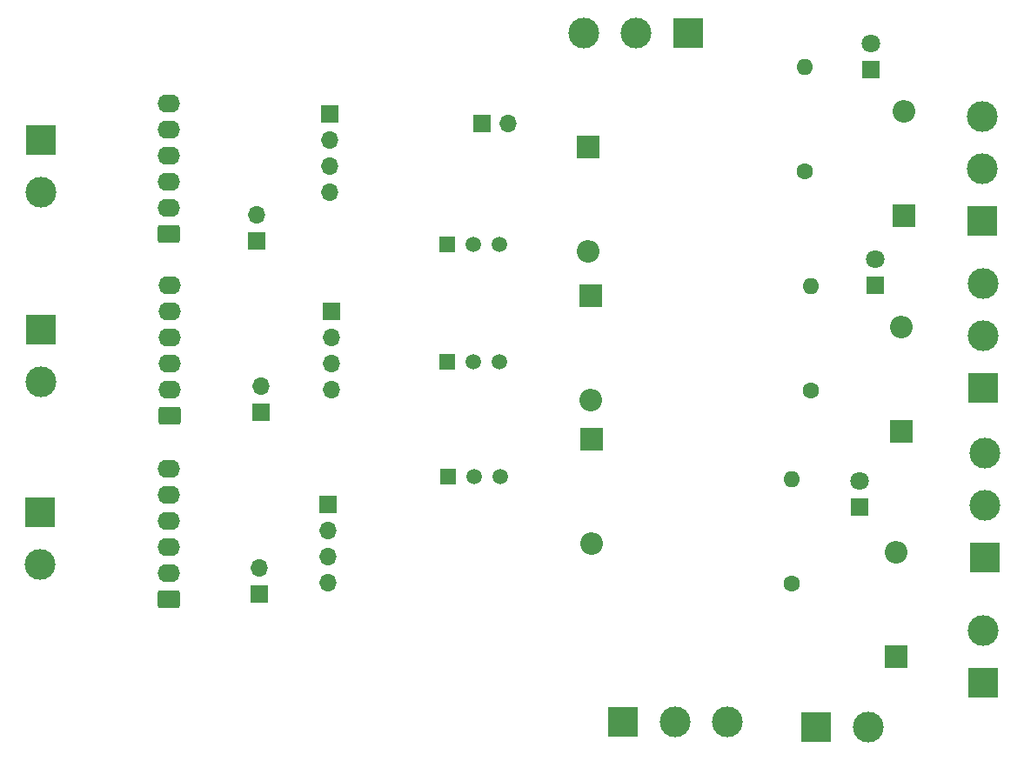
<source format=gbr>
%TF.GenerationSoftware,KiCad,Pcbnew,7.0.9-7.0.9~ubuntu20.04.1*%
%TF.CreationDate,2025-02-15T01:00:42+01:00*%
%TF.ProjectId,main_board_proto,6d61696e-5f62-46f6-9172-645f70726f74,rev?*%
%TF.SameCoordinates,Original*%
%TF.FileFunction,Soldermask,Bot*%
%TF.FilePolarity,Negative*%
%FSLAX46Y46*%
G04 Gerber Fmt 4.6, Leading zero omitted, Abs format (unit mm)*
G04 Created by KiCad (PCBNEW 7.0.9-7.0.9~ubuntu20.04.1) date 2025-02-15 01:00:42*
%MOMM*%
%LPD*%
G01*
G04 APERTURE LIST*
G04 Aperture macros list*
%AMRoundRect*
0 Rectangle with rounded corners*
0 $1 Rounding radius*
0 $2 $3 $4 $5 $6 $7 $8 $9 X,Y pos of 4 corners*
0 Add a 4 corners polygon primitive as box body*
4,1,4,$2,$3,$4,$5,$6,$7,$8,$9,$2,$3,0*
0 Add four circle primitives for the rounded corners*
1,1,$1+$1,$2,$3*
1,1,$1+$1,$4,$5*
1,1,$1+$1,$6,$7*
1,1,$1+$1,$8,$9*
0 Add four rect primitives between the rounded corners*
20,1,$1+$1,$2,$3,$4,$5,0*
20,1,$1+$1,$4,$5,$6,$7,0*
20,1,$1+$1,$6,$7,$8,$9,0*
20,1,$1+$1,$8,$9,$2,$3,0*%
G04 Aperture macros list end*
%ADD10R,1.700000X1.700000*%
%ADD11O,1.700000X1.700000*%
%ADD12R,3.000000X3.000000*%
%ADD13C,3.000000*%
%ADD14R,2.200000X2.200000*%
%ADD15O,2.200000X2.200000*%
%ADD16C,1.600000*%
%ADD17O,1.600000X1.600000*%
%ADD18R,1.800000X1.800000*%
%ADD19C,1.800000*%
%ADD20RoundRect,0.250000X0.845000X-0.620000X0.845000X0.620000X-0.845000X0.620000X-0.845000X-0.620000X0*%
%ADD21O,2.190000X1.740000*%
%ADD22R,1.500000X1.500000*%
%ADD23C,1.500000*%
G04 APERTURE END LIST*
D10*
%TO.C,J12*%
X77241000Y-87894000D03*
D11*
X77241000Y-85354000D03*
%TD*%
D12*
%TO.C,J10*%
X147574000Y-85598000D03*
D13*
X147574000Y-80518000D03*
X147574000Y-75438000D03*
%TD*%
D12*
%TO.C,J8*%
X55880000Y-79883000D03*
D13*
X55880000Y-84963000D03*
%TD*%
D14*
%TO.C,D1*%
X139065000Y-111760000D03*
D15*
X139065000Y-101600000D03*
%TD*%
D12*
%TO.C,J19*%
X118872000Y-51054000D03*
D13*
X113792000Y-51054000D03*
X108712000Y-51054000D03*
%TD*%
D16*
%TO.C,R1*%
X128905000Y-104648000D03*
D17*
X128905000Y-94488000D03*
%TD*%
D10*
%TO.C,J6*%
X83947000Y-58928000D03*
D11*
X83947000Y-61468000D03*
X83947000Y-64008000D03*
X83947000Y-66548000D03*
%TD*%
D18*
%TO.C,D6*%
X136652000Y-54610000D03*
D19*
X136652000Y-52070000D03*
%TD*%
D12*
%TO.C,J5*%
X112522000Y-118110000D03*
D13*
X117602000Y-118110000D03*
X122682000Y-118110000D03*
%TD*%
D12*
%TO.C,J11*%
X147447000Y-69342000D03*
D13*
X147447000Y-64262000D03*
X147447000Y-59182000D03*
%TD*%
D20*
%TO.C,J15*%
X68326000Y-106172000D03*
D21*
X68326000Y-103632000D03*
X68326000Y-101092000D03*
X68326000Y-98552000D03*
X68326000Y-96012000D03*
X68326000Y-93472000D03*
%TD*%
D14*
%TO.C,D3*%
X139827000Y-68834000D03*
D15*
X139827000Y-58674000D03*
%TD*%
D20*
%TO.C,J3*%
X68326000Y-70612000D03*
D21*
X68326000Y-68072000D03*
X68326000Y-65532000D03*
X68326000Y-62992000D03*
X68326000Y-60452000D03*
X68326000Y-57912000D03*
%TD*%
D18*
%TO.C,D5*%
X137033000Y-75565000D03*
D19*
X137033000Y-73025000D03*
%TD*%
D22*
%TO.C,U3*%
X95504000Y-94234000D03*
D23*
X98044000Y-94234000D03*
X100584000Y-94234000D03*
%TD*%
D12*
%TO.C,J9*%
X55753000Y-97663000D03*
D13*
X55753000Y-102743000D03*
%TD*%
D10*
%TO.C,J16*%
X84099000Y-78115000D03*
D11*
X84099000Y-80655000D03*
X84099000Y-83195000D03*
X84099000Y-85735000D03*
%TD*%
D20*
%TO.C,J14*%
X68351000Y-88275000D03*
D21*
X68351000Y-85735000D03*
X68351000Y-83195000D03*
X68351000Y-80655000D03*
X68351000Y-78115000D03*
X68351000Y-75575000D03*
%TD*%
D14*
%TO.C,D8*%
X109347000Y-76581000D03*
D15*
X109347000Y-86741000D03*
%TD*%
D14*
%TO.C,D9*%
X109474000Y-90551000D03*
D15*
X109474000Y-100711000D03*
%TD*%
D12*
%TO.C,J18*%
X147574000Y-114300000D03*
D13*
X147574000Y-109220000D03*
%TD*%
D12*
%TO.C,J2*%
X147701000Y-102108000D03*
D13*
X147701000Y-97028000D03*
X147701000Y-91948000D03*
%TD*%
D16*
%TO.C,R2*%
X130810000Y-85852000D03*
D17*
X130810000Y-75692000D03*
%TD*%
D12*
%TO.C,J1*%
X55880000Y-61468000D03*
D13*
X55880000Y-66548000D03*
%TD*%
D10*
%TO.C,J13*%
X77089000Y-105664000D03*
D11*
X77089000Y-103124000D03*
%TD*%
D16*
%TO.C,R3*%
X130175000Y-64516000D03*
D17*
X130175000Y-54356000D03*
%TD*%
D22*
%TO.C,U2*%
X95377000Y-83058000D03*
D23*
X97917000Y-83058000D03*
X100457000Y-83058000D03*
%TD*%
D12*
%TO.C,J20*%
X131318000Y-118618000D03*
D13*
X136398000Y-118618000D03*
%TD*%
D10*
%TO.C,J4*%
X98806000Y-59817000D03*
D11*
X101346000Y-59817000D03*
%TD*%
D14*
%TO.C,D2*%
X139573000Y-89789000D03*
D15*
X139573000Y-79629000D03*
%TD*%
D22*
%TO.C,U1*%
X95377000Y-71628000D03*
D23*
X97917000Y-71628000D03*
X100457000Y-71628000D03*
%TD*%
D10*
%TO.C,J7*%
X76835000Y-71247000D03*
D11*
X76835000Y-68707000D03*
%TD*%
D18*
%TO.C,D4*%
X135509000Y-97155000D03*
D19*
X135509000Y-94615000D03*
%TD*%
D10*
%TO.C,J17*%
X83820000Y-96901000D03*
D11*
X83820000Y-99441000D03*
X83820000Y-101981000D03*
X83820000Y-104521000D03*
%TD*%
D14*
%TO.C,D7*%
X109093000Y-62103000D03*
D15*
X109093000Y-72263000D03*
%TD*%
M02*

</source>
